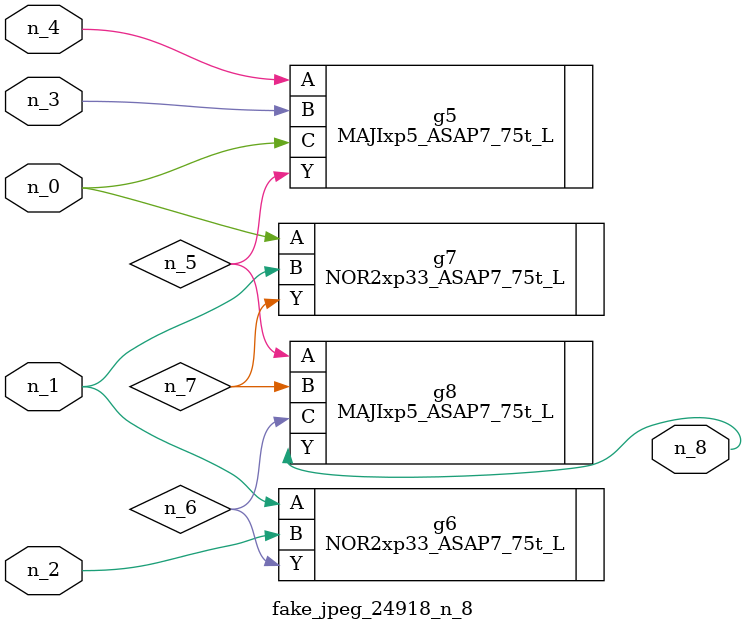
<source format=v>
module fake_jpeg_24918_n_8 (n_3, n_2, n_1, n_0, n_4, n_8);

input n_3;
input n_2;
input n_1;
input n_0;
input n_4;

output n_8;

wire n_6;
wire n_5;
wire n_7;

MAJIxp5_ASAP7_75t_L g5 ( 
.A(n_4),
.B(n_3),
.C(n_0),
.Y(n_5)
);

NOR2xp33_ASAP7_75t_L g6 ( 
.A(n_1),
.B(n_2),
.Y(n_6)
);

NOR2xp33_ASAP7_75t_L g7 ( 
.A(n_0),
.B(n_1),
.Y(n_7)
);

MAJIxp5_ASAP7_75t_L g8 ( 
.A(n_5),
.B(n_7),
.C(n_6),
.Y(n_8)
);


endmodule
</source>
